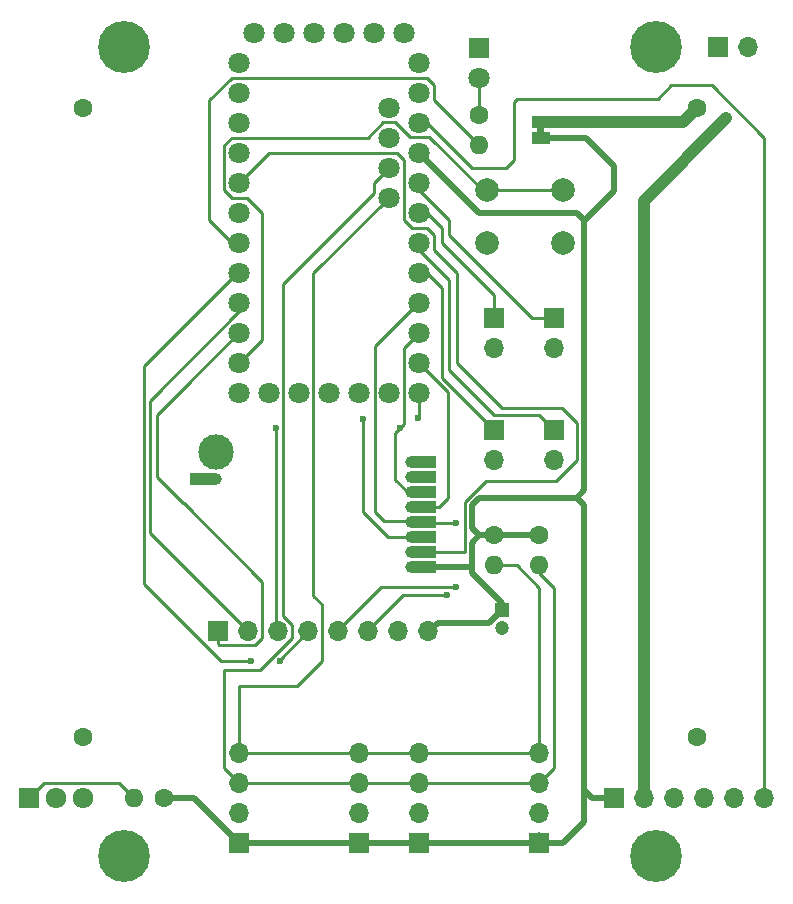
<source format=gbr>
G04 #@! TF.GenerationSoftware,KiCad,Pcbnew,5.1.10-88a1d61d58~88~ubuntu18.04.1*
G04 #@! TF.CreationDate,2021-10-07T16:32:20+02:00*
G04 #@! TF.ProjectId,HB-UNI-SEN-BATT_E07-868MS10_FUEL4EP,48422d55-4e49-42d5-9345-4e2d42415454,rev?*
G04 #@! TF.SameCoordinates,Original*
G04 #@! TF.FileFunction,Copper,L1,Top*
G04 #@! TF.FilePolarity,Positive*
%FSLAX46Y46*%
G04 Gerber Fmt 4.6, Leading zero omitted, Abs format (unit mm)*
G04 Created by KiCad (PCBNEW 5.1.10-88a1d61d58~88~ubuntu18.04.1) date 2021-10-07 16:32:20*
%MOMM*%
%LPD*%
G01*
G04 APERTURE LIST*
G04 #@! TA.AperFunction,EtchedComponent*
%ADD10C,0.100000*%
G04 #@! TD*
G04 #@! TA.AperFunction,ComponentPad*
%ADD11O,1.700000X1.700000*%
G04 #@! TD*
G04 #@! TA.AperFunction,ComponentPad*
%ADD12R,1.700000X1.700000*%
G04 #@! TD*
G04 #@! TA.AperFunction,ComponentPad*
%ADD13C,3.000000*%
G04 #@! TD*
G04 #@! TA.AperFunction,SMDPad,CuDef*
%ADD14R,2.170000X1.000000*%
G04 #@! TD*
G04 #@! TA.AperFunction,ComponentPad*
%ADD15C,1.000000*%
G04 #@! TD*
G04 #@! TA.AperFunction,ComponentPad*
%ADD16C,0.700000*%
G04 #@! TD*
G04 #@! TA.AperFunction,ComponentPad*
%ADD17C,4.400000*%
G04 #@! TD*
G04 #@! TA.AperFunction,ComponentPad*
%ADD18C,1.600000*%
G04 #@! TD*
G04 #@! TA.AperFunction,ComponentPad*
%ADD19C,2.000000*%
G04 #@! TD*
G04 #@! TA.AperFunction,SMDPad,CuDef*
%ADD20R,1.500000X1.000000*%
G04 #@! TD*
G04 #@! TA.AperFunction,ComponentPad*
%ADD21O,1.600000X1.600000*%
G04 #@! TD*
G04 #@! TA.AperFunction,ComponentPad*
%ADD22O,1.717500X1.800000*%
G04 #@! TD*
G04 #@! TA.AperFunction,ComponentPad*
%ADD23R,1.717500X1.800000*%
G04 #@! TD*
G04 #@! TA.AperFunction,ComponentPad*
%ADD24C,1.800000*%
G04 #@! TD*
G04 #@! TA.AperFunction,ComponentPad*
%ADD25R,1.800000X1.800000*%
G04 #@! TD*
G04 #@! TA.AperFunction,ComponentPad*
%ADD26C,1.200000*%
G04 #@! TD*
G04 #@! TA.AperFunction,ComponentPad*
%ADD27R,1.200000X1.200000*%
G04 #@! TD*
G04 #@! TA.AperFunction,ViaPad*
%ADD28C,0.600000*%
G04 #@! TD*
G04 #@! TA.AperFunction,ViaPad*
%ADD29C,1.000000*%
G04 #@! TD*
G04 #@! TA.AperFunction,Conductor*
%ADD30C,0.250000*%
G04 #@! TD*
G04 #@! TA.AperFunction,Conductor*
%ADD31C,0.500000*%
G04 #@! TD*
G04 #@! TA.AperFunction,Conductor*
%ADD32C,1.000000*%
G04 #@! TD*
G04 APERTURE END LIST*
D10*
G36*
X151557000Y-88000000D02*
G01*
X151557000Y-88500000D01*
X150957000Y-88500000D01*
X150957000Y-88000000D01*
X151557000Y-88000000D01*
G37*
D11*
X141750000Y-130690000D03*
X139210000Y-130690000D03*
X136670000Y-130690000D03*
X134130000Y-130690000D03*
X131590000Y-130690000D03*
X129050000Y-130690000D03*
X126510000Y-130690000D03*
D12*
X123970000Y-130690000D03*
D13*
X123800000Y-115470000D03*
D14*
X122715000Y-117750000D03*
D15*
X123800000Y-117750000D03*
D14*
X141345000Y-116310000D03*
X141345000Y-117580000D03*
X141345000Y-118850000D03*
X141345000Y-120120000D03*
X141345000Y-121390000D03*
X141345000Y-122660000D03*
X141345000Y-123930000D03*
X141345000Y-125200000D03*
D15*
X140260000Y-116310000D03*
X140260000Y-117580000D03*
X140260000Y-118850000D03*
X140260000Y-120120000D03*
X140260000Y-121390000D03*
X140260000Y-122660000D03*
X140260000Y-123930000D03*
X140260000Y-125200000D03*
D16*
X162272800Y-148477200D03*
X161000000Y-147950000D03*
X159727200Y-148477200D03*
X159200000Y-149750000D03*
X159727200Y-151022800D03*
X161000000Y-151550000D03*
X162272800Y-151022800D03*
X162800000Y-149750000D03*
D17*
X161000000Y-149750000D03*
D16*
X117272800Y-148477200D03*
X116000000Y-147950000D03*
X114727200Y-148477200D03*
X114200000Y-149750000D03*
X114727200Y-151022800D03*
X116000000Y-151550000D03*
X117272800Y-151022800D03*
X117800000Y-149750000D03*
D17*
X116000000Y-149750000D03*
D16*
X162272800Y-79977200D03*
X161000000Y-79450000D03*
X159727200Y-79977200D03*
X159200000Y-81250000D03*
X159727200Y-82522800D03*
X161000000Y-83050000D03*
X162272800Y-82522800D03*
X162800000Y-81250000D03*
D17*
X161000000Y-81250000D03*
D16*
X117272800Y-79977200D03*
X116000000Y-79450000D03*
X114727200Y-79977200D03*
X114200000Y-81250000D03*
X114727200Y-82522800D03*
X116000000Y-83050000D03*
X117272800Y-82522800D03*
X117800000Y-81250000D03*
D17*
X116000000Y-81250000D03*
D18*
X164500000Y-86400000D03*
X164500000Y-139600000D03*
D19*
X153185000Y-93345000D03*
X153185000Y-97845000D03*
X146685000Y-93345000D03*
X146685000Y-97845000D03*
D20*
X151257000Y-88900000D03*
X151257000Y-87600000D03*
D21*
X147320000Y-125095000D03*
D18*
X147320000Y-122555000D03*
D21*
X151130000Y-125095000D03*
D18*
X151130000Y-122555000D03*
D21*
X116840000Y-144780000D03*
D18*
X119380000Y-144780000D03*
D21*
X146050000Y-89535000D03*
D18*
X146050000Y-86995000D03*
D22*
X112530000Y-144780000D03*
X110240000Y-144780000D03*
D23*
X107950000Y-144780000D03*
D24*
X146050000Y-83820000D03*
D25*
X146050000Y-81280000D03*
D26*
X147955000Y-130405000D03*
D27*
X147955000Y-128905000D03*
D18*
X112500000Y-139600000D03*
X112500000Y-86400000D03*
D24*
X139700000Y-80010000D03*
X137160000Y-80010000D03*
X134620000Y-80010000D03*
X132080000Y-80010000D03*
X129540000Y-80010000D03*
X127000000Y-80010000D03*
X128270000Y-110490000D03*
X130810000Y-110490000D03*
X133350000Y-110490000D03*
X138430000Y-91440000D03*
X138430000Y-93980000D03*
X125730000Y-110490000D03*
X125730000Y-107950000D03*
X125730000Y-105410000D03*
X125730000Y-102870000D03*
X125730000Y-100330000D03*
X125730000Y-97790000D03*
X125730000Y-95250000D03*
X125730000Y-92710000D03*
X125730000Y-90170000D03*
X125730000Y-87630000D03*
X125730000Y-85090000D03*
X125730000Y-82550000D03*
X140970000Y-82550000D03*
X140970000Y-85090000D03*
X140970000Y-87630000D03*
X140970000Y-90170000D03*
X140970000Y-92710000D03*
X140970000Y-95250000D03*
X140970000Y-97790000D03*
X140970000Y-100330000D03*
X140970000Y-102870000D03*
X140970000Y-105410000D03*
X140970000Y-107950000D03*
X140970000Y-110490000D03*
X138430000Y-110490000D03*
X135890000Y-110490000D03*
X138430000Y-88900000D03*
X138430000Y-86360000D03*
D11*
X168790000Y-81250000D03*
D12*
X166250000Y-81250000D03*
D11*
X151130000Y-140970000D03*
X151130000Y-143510000D03*
X151130000Y-146050000D03*
D12*
X151130000Y-148590000D03*
D11*
X140970000Y-140970000D03*
X140970000Y-143510000D03*
X140970000Y-146050000D03*
D12*
X140970000Y-148590000D03*
D11*
X135890000Y-140970000D03*
X135890000Y-143510000D03*
X135890000Y-146050000D03*
D12*
X135890000Y-148590000D03*
D11*
X125730000Y-140970000D03*
X125730000Y-143510000D03*
X125730000Y-146050000D03*
D12*
X125730000Y-148590000D03*
D11*
X170180000Y-144780000D03*
X167640000Y-144780000D03*
X165100000Y-144780000D03*
X162560000Y-144780000D03*
X160020000Y-144780000D03*
D12*
X157480000Y-144780000D03*
D11*
X152400000Y-106680000D03*
D12*
X152400000Y-104140000D03*
D11*
X147320000Y-106680000D03*
D12*
X147320000Y-104140000D03*
D11*
X152400000Y-116205000D03*
D12*
X152400000Y-113665000D03*
D11*
X147320000Y-116205000D03*
D12*
X147320000Y-113665000D03*
D28*
X136260000Y-112700000D03*
X140900000Y-112640000D03*
X143340000Y-127630000D03*
X144070000Y-121490000D03*
X144070000Y-126960000D03*
X139320000Y-113510000D03*
X128830000Y-113510000D03*
D29*
X167000000Y-87250000D03*
D28*
X129200000Y-133190000D03*
X126750000Y-133190000D03*
D30*
X146050000Y-86995000D02*
X146050000Y-83820000D01*
X140260000Y-122660000D02*
X138330000Y-122660000D01*
X138330000Y-122660000D02*
X136260000Y-120590000D01*
X136260000Y-120590000D02*
X136260000Y-112700000D01*
X140970000Y-112570000D02*
X140900000Y-112640000D01*
X140970000Y-110490000D02*
X140970000Y-112570000D01*
X144145000Y-106680000D02*
X144145000Y-107950000D01*
X153035000Y-111760000D02*
X154305000Y-113030000D01*
X147955000Y-111760000D02*
X153035000Y-111760000D01*
X144145000Y-107950000D02*
X147955000Y-111760000D01*
X151765000Y-117945000D02*
X152565000Y-117945000D01*
X154305000Y-116205000D02*
X154305000Y-115570000D01*
X152565000Y-117945000D02*
X154305000Y-116205000D01*
X154305000Y-113030000D02*
X154305000Y-115570000D01*
X142240000Y-97155000D02*
X142240000Y-98425000D01*
X142240000Y-98425000D02*
X144145000Y-100330000D01*
X144145000Y-101600000D02*
X144145000Y-100330000D01*
X144145000Y-101600000D02*
X144145000Y-106680000D01*
X128270000Y-90170000D02*
X125730000Y-92710000D01*
X140335000Y-96520000D02*
X139700000Y-95885000D01*
X142240000Y-97155000D02*
X141605000Y-96520000D01*
X141605000Y-96520000D02*
X140335000Y-96520000D01*
X139700000Y-95885000D02*
X139700000Y-90805000D01*
X139700000Y-90805000D02*
X139065000Y-90170000D01*
X139065000Y-90170000D02*
X128270000Y-90170000D01*
X146671814Y-117945000D02*
X144840000Y-119776814D01*
X151765000Y-117945000D02*
X146671814Y-117945000D01*
X144840000Y-122951814D02*
X144839990Y-122951824D01*
X144840000Y-119776814D02*
X144840000Y-122951814D01*
X144839990Y-122951824D02*
X144839990Y-123960000D01*
X144839990Y-123960000D02*
X141740000Y-123960000D01*
X151130000Y-143510000D02*
X151765000Y-142875000D01*
X151765000Y-142875000D02*
X152400000Y-142240000D01*
X151130000Y-125095000D02*
X151130000Y-125730000D01*
X151130000Y-125730000D02*
X152400000Y-127000000D01*
X152400000Y-130175000D02*
X152400000Y-142240000D01*
X152400000Y-127000000D02*
X152400000Y-130175000D01*
X125730000Y-143510000D02*
X135890000Y-143510000D01*
X135890000Y-143510000D02*
X140970000Y-143510000D01*
X140970000Y-143510000D02*
X151130000Y-143510000D01*
X137160000Y-92710000D02*
X138430000Y-91440000D01*
X124460000Y-142240000D02*
X124460000Y-133985000D01*
X125730000Y-143510000D02*
X124460000Y-142240000D01*
X127494002Y-133985000D02*
X124460000Y-133985000D01*
X130225001Y-131254001D02*
X127494002Y-133985000D01*
X129495001Y-101244999D02*
X129495001Y-129395999D01*
X137160000Y-93580000D02*
X129495001Y-101244999D01*
X130225001Y-130125999D02*
X130225001Y-131254001D01*
X129495001Y-129395999D02*
X130225001Y-130125999D01*
X137160000Y-92710000D02*
X137160000Y-93580000D01*
X151130000Y-140970000D02*
X151130000Y-127000000D01*
X148590000Y-125095000D02*
X149225000Y-125095000D01*
X147320000Y-125095000D02*
X148590000Y-125095000D01*
X149225000Y-125095000D02*
X151130000Y-127000000D01*
X125730000Y-140970000D02*
X125730000Y-140335000D01*
X137795000Y-94615000D02*
X138430000Y-93980000D01*
X125730000Y-140970000D02*
X135890000Y-140970000D01*
X135890000Y-140970000D02*
X140970000Y-140970000D01*
X140970000Y-140970000D02*
X151130000Y-140970000D01*
X130630000Y-135310000D02*
X125730000Y-135310000D01*
X132765001Y-133174999D02*
X130630000Y-135310000D01*
X125730000Y-135310000D02*
X125730000Y-140970000D01*
X138430000Y-93980000D02*
X132035001Y-100374999D01*
X132035001Y-100374999D02*
X132035001Y-127679999D01*
X132035001Y-127679999D02*
X132765001Y-128409999D01*
X132765001Y-128409999D02*
X132765001Y-133174999D01*
X142875000Y-107950000D02*
X142875000Y-109220000D01*
X142875000Y-109220000D02*
X147320000Y-113665000D01*
X142875000Y-102870000D02*
X142875000Y-107950000D01*
X142875000Y-101600000D02*
X141605000Y-100330000D01*
X141605000Y-100330000D02*
X140970000Y-100330000D01*
X142875000Y-101600000D02*
X142875000Y-102870000D01*
X143510000Y-107315000D02*
X143510000Y-108585000D01*
X151130000Y-112395000D02*
X152400000Y-113665000D01*
X147320000Y-112395000D02*
X151130000Y-112395000D01*
X143510000Y-108585000D02*
X147320000Y-112395000D01*
X143510000Y-100965000D02*
X140970000Y-98425000D01*
X140970000Y-98425000D02*
X140970000Y-97790000D01*
X143510000Y-102235000D02*
X143510000Y-107315000D01*
X143510000Y-100965000D02*
X143510000Y-102235000D01*
X144780000Y-99695000D02*
X147320000Y-102235000D01*
X147320000Y-102235000D02*
X147320000Y-104140000D01*
X147320000Y-102235000D02*
X147320000Y-102870000D01*
X142875000Y-96520000D02*
X142875000Y-97790000D01*
X142875000Y-97790000D02*
X144780000Y-99695000D01*
X142240000Y-95885000D02*
X141605000Y-95250000D01*
X141605000Y-95250000D02*
X140970000Y-95250000D01*
X142875000Y-96520000D02*
X142240000Y-95885000D01*
X141605000Y-95250000D02*
X140970000Y-95250000D01*
X147955000Y-101600000D02*
X150495000Y-104140000D01*
X150495000Y-104140000D02*
X152400000Y-104140000D01*
X143510000Y-95885000D02*
X143510000Y-97155000D01*
X143510000Y-97155000D02*
X147955000Y-101600000D01*
X143510000Y-95885000D02*
X140970000Y-93345000D01*
X140970000Y-92710000D02*
X140970000Y-93345000D01*
X143410000Y-110391410D02*
X140960000Y-107941410D01*
X143410000Y-119390000D02*
X143410000Y-110391410D01*
X143340000Y-127630000D02*
X139630000Y-127630000D01*
X139630000Y-127630000D02*
X136760000Y-130500000D01*
X142680000Y-120120000D02*
X143410000Y-119390000D01*
X141345000Y-120120000D02*
X142680000Y-120120000D01*
X140970000Y-102870000D02*
X140970000Y-103505000D01*
X137204999Y-106545001D02*
X140880000Y-102870000D01*
X137204999Y-111954999D02*
X137204999Y-106545001D01*
X140880000Y-102870000D02*
X140970000Y-102870000D01*
X144070000Y-121490000D02*
X142050000Y-121490000D01*
X137204999Y-111954999D02*
X137204999Y-120544999D01*
X137204999Y-120544999D02*
X138030000Y-121370000D01*
X138030000Y-121370000D02*
X140240000Y-121370000D01*
X144070000Y-126960000D02*
X137750000Y-126960000D01*
X137750000Y-126960000D02*
X134140000Y-130570000D01*
X138960000Y-117850000D02*
X140010000Y-118900000D01*
X139700000Y-113150000D02*
X139680000Y-113150000D01*
X140970000Y-105410000D02*
X139700000Y-106680000D01*
X138960000Y-113870000D02*
X138960000Y-117850000D01*
X139700000Y-106680000D02*
X139700000Y-113150000D01*
X139320000Y-113510000D02*
X138960000Y-113870000D01*
X139680000Y-113150000D02*
X139320000Y-113510000D01*
X128830000Y-113510000D02*
X128830000Y-130560000D01*
X148336000Y-91440000D02*
X145415000Y-91440000D01*
X148971000Y-85852000D02*
X148971000Y-90805000D01*
X141605000Y-87630000D02*
X140970000Y-87630000D01*
X170180000Y-88900000D02*
X165735000Y-84455000D01*
X148971000Y-90805000D02*
X148336000Y-91440000D01*
X170180000Y-144780000D02*
X170180000Y-88900000D01*
X165735000Y-84455000D02*
X162306000Y-84455000D01*
X162306000Y-84455000D02*
X161163000Y-85598000D01*
X145415000Y-91440000D02*
X141605000Y-87630000D01*
X149225000Y-85598000D02*
X148971000Y-85852000D01*
X161163000Y-85598000D02*
X149225000Y-85598000D01*
X140970000Y-87086998D02*
X140970000Y-87630000D01*
X109229010Y-143500990D02*
X107950000Y-144780000D01*
X116840000Y-144780000D02*
X115560990Y-143500990D01*
X115560990Y-143500990D02*
X109229010Y-143500990D01*
D31*
X146915000Y-129945000D02*
X147955000Y-128905000D01*
X145415000Y-125730000D02*
X147955000Y-128270000D01*
X145415000Y-123825000D02*
X145415000Y-125095000D01*
X145415000Y-125730000D02*
X145415000Y-125095000D01*
X145415000Y-123190000D02*
X145415000Y-123825000D01*
X146050000Y-122555000D02*
X145415000Y-123190000D01*
X147955000Y-128270000D02*
X147955000Y-128905000D01*
X151130000Y-147955000D02*
X151130000Y-148590000D01*
X154940000Y-144145000D02*
X155575000Y-144780000D01*
X155575000Y-144780000D02*
X157480000Y-144780000D01*
X154940000Y-95960000D02*
X154940000Y-95885000D01*
X154305000Y-95250000D02*
X153670000Y-95250000D01*
X154940000Y-95885000D02*
X154305000Y-95250000D01*
X154940000Y-96520000D02*
X154940000Y-95960000D01*
X154940000Y-95960000D02*
X157480000Y-93420000D01*
X146050000Y-95250000D02*
X153670000Y-95250000D01*
X146050000Y-95250000D02*
X140970000Y-90170000D01*
X154940000Y-96520000D02*
X154940000Y-97155000D01*
X119380000Y-144780000D02*
X121920000Y-144780000D01*
X121920000Y-144780000D02*
X125730000Y-148590000D01*
X154940000Y-118745000D02*
X154940000Y-98425000D01*
X154305000Y-119380000D02*
X154940000Y-118745000D01*
X154940000Y-97155000D02*
X154940000Y-98425000D01*
X146050000Y-122555000D02*
X147320000Y-122555000D01*
X145415000Y-121285000D02*
X145415000Y-121920000D01*
X145415000Y-121920000D02*
X146050000Y-122555000D01*
X154305000Y-119380000D02*
X154940000Y-120015000D01*
X154940000Y-127635000D02*
X154940000Y-128905000D01*
X147320000Y-122555000D02*
X146685000Y-122555000D01*
X147320000Y-122555000D02*
X151130000Y-122555000D01*
X145415000Y-121285000D02*
X145415000Y-120015000D01*
X145415000Y-120015000D02*
X146050000Y-119380000D01*
X146050000Y-119380000D02*
X154305000Y-119380000D01*
X154940000Y-130810000D02*
X154940000Y-144145000D01*
X154940000Y-130810000D02*
X154940000Y-128905000D01*
X125730000Y-148590000D02*
X135890000Y-148590000D01*
X135890000Y-148590000D02*
X140970000Y-148590000D01*
X140970000Y-148590000D02*
X151130000Y-148590000D01*
X154940000Y-121285000D02*
X154940000Y-120015000D01*
X154940000Y-127635000D02*
X154940000Y-121285000D01*
X154940000Y-121285000D02*
X154940000Y-120650000D01*
X151257000Y-88900000D02*
X155067000Y-88900000D01*
X157480000Y-91313000D02*
X157480000Y-93420000D01*
X155067000Y-88900000D02*
X157480000Y-91313000D01*
X154940000Y-144145000D02*
X154940000Y-146810000D01*
X153160000Y-148590000D02*
X151130000Y-148590000D01*
X154940000Y-146810000D02*
X153160000Y-148590000D01*
X145310000Y-125200000D02*
X145415000Y-125095000D01*
X141345000Y-125200000D02*
X145310000Y-125200000D01*
X146915000Y-129945000D02*
X142575000Y-129945000D01*
X142575000Y-129945000D02*
X141820000Y-130700000D01*
D30*
X125095000Y-97790000D02*
X125730000Y-97790000D01*
X123190000Y-95885000D02*
X125095000Y-97790000D01*
X141605000Y-83820000D02*
X125095000Y-83820000D01*
X146050000Y-89535000D02*
X142240000Y-85725000D01*
X142240000Y-84455000D02*
X141605000Y-83820000D01*
X142240000Y-85725000D02*
X142240000Y-84455000D01*
X125095000Y-83820000D02*
X123190000Y-85725000D01*
X123190000Y-85725000D02*
X123190000Y-95885000D01*
D32*
X160020000Y-144780000D02*
X160020000Y-127480000D01*
X160020000Y-127480000D02*
X160020000Y-96730000D01*
X160020000Y-96730000D02*
X160020000Y-94230000D01*
X160020000Y-94230000D02*
X167000000Y-87250000D01*
X151257000Y-87600000D02*
X163300000Y-87600000D01*
X163300000Y-87600000D02*
X164500000Y-86400000D01*
D30*
X131590000Y-130690000D02*
X129200000Y-133080000D01*
X129200000Y-133080000D02*
X129200000Y-133190000D01*
X117699990Y-126704992D02*
X117699990Y-108250010D01*
X126750000Y-133190000D02*
X124184998Y-133190000D01*
X124184998Y-133190000D02*
X117699990Y-126704992D01*
X117699990Y-108250010D02*
X125750000Y-100200000D01*
X126510000Y-130690000D02*
X118150000Y-122330000D01*
X118150000Y-111176998D02*
X125900000Y-103426998D01*
X118150000Y-122330000D02*
X118150000Y-111176998D01*
X127685001Y-131254001D02*
X127685001Y-126485001D01*
X127074001Y-131865001D02*
X127685001Y-131254001D01*
X124045001Y-131865001D02*
X127074001Y-131865001D01*
X123970000Y-130690000D02*
X123970000Y-131790000D01*
X123970000Y-131790000D02*
X124045001Y-131865001D01*
X127685001Y-126485001D02*
X121040000Y-119840000D01*
X121040000Y-110080000D02*
X125740000Y-105380000D01*
X121020000Y-119840000D02*
X118760000Y-117580000D01*
X121040000Y-119840000D02*
X121020000Y-119840000D01*
X118760000Y-112360000D02*
X121040000Y-110080000D01*
X118760000Y-117580000D02*
X118760000Y-112360000D01*
X125095000Y-88900000D02*
X136616998Y-88900000D01*
X124460000Y-89535000D02*
X125095000Y-88900000D01*
X124460000Y-93345000D02*
X124460000Y-89535000D01*
X146683590Y-93345000D02*
X146685000Y-93345000D01*
X126365000Y-93980000D02*
X125095000Y-93980000D01*
X125095000Y-93980000D02*
X124460000Y-93345000D01*
X127635000Y-95250000D02*
X126365000Y-93980000D01*
X127635000Y-106045000D02*
X127635000Y-95250000D01*
X125730000Y-107950000D02*
X127635000Y-106045000D01*
X146685000Y-93345000D02*
X153185000Y-93345000D01*
X146685000Y-93345000D02*
X146345000Y-93345000D01*
X137931997Y-87585001D02*
X136616998Y-88900000D01*
X138928003Y-87585001D02*
X137931997Y-87585001D01*
X140198003Y-88855001D02*
X138928003Y-87585001D01*
X141855001Y-88855001D02*
X140198003Y-88855001D01*
X146345000Y-93345000D02*
X141855001Y-88855001D01*
M02*

</source>
